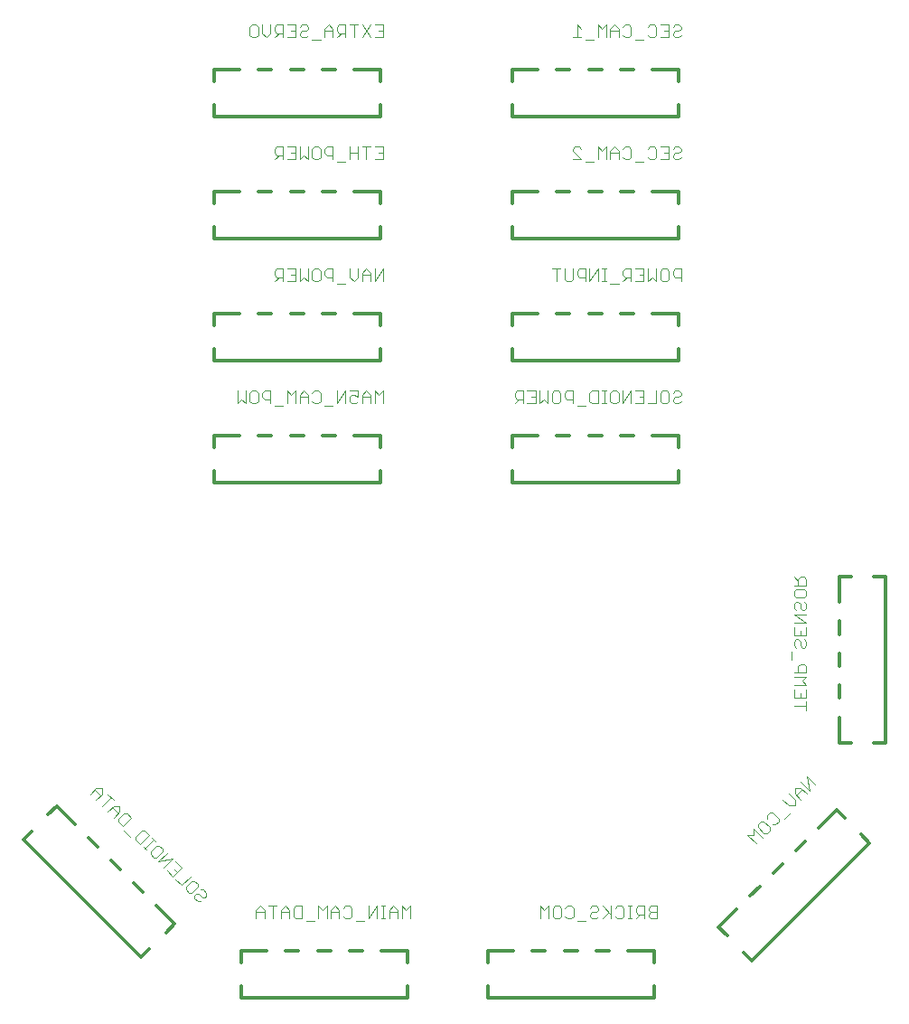
<source format=gbo>
G75*
%MOIN*%
%OFA0B0*%
%FSLAX25Y25*%
%IPPOS*%
%LPD*%
%AMOC8*
5,1,8,0,0,1.08239X$1,22.5*
%
%ADD10C,0.01200*%
%ADD11C,0.00400*%
D10*
X0105705Y0108599D02*
X0102364Y0111939D01*
X0097353Y0116950D02*
X0094012Y0120291D01*
X0089001Y0125302D02*
X0082320Y0131983D01*
X0079258Y0128921D01*
X0073133Y0122796D02*
X0070071Y0119734D01*
X0113500Y0076305D01*
X0116562Y0079368D01*
X0122686Y0085492D02*
X0125749Y0088555D01*
X0119067Y0095236D01*
X0114056Y0100247D02*
X0110716Y0103588D01*
X0150328Y0078611D02*
X0150328Y0074280D01*
X0150328Y0078611D02*
X0159776Y0078611D01*
X0166863Y0078611D02*
X0171587Y0078611D01*
X0178674Y0078611D02*
X0183398Y0078611D01*
X0190485Y0078611D02*
X0195209Y0078611D01*
X0202296Y0078611D02*
X0211745Y0078611D01*
X0211745Y0074280D01*
X0211745Y0065619D02*
X0211745Y0061288D01*
X0150328Y0061288D01*
X0150328Y0065619D01*
X0241328Y0065619D02*
X0241328Y0061288D01*
X0302745Y0061288D01*
X0302745Y0065619D01*
X0302745Y0074280D02*
X0302745Y0078611D01*
X0293296Y0078611D01*
X0286209Y0078611D02*
X0281485Y0078611D01*
X0274398Y0078611D02*
X0269674Y0078611D01*
X0262587Y0078611D02*
X0257863Y0078611D01*
X0250776Y0078611D02*
X0241328Y0078611D01*
X0241328Y0074280D01*
X0326617Y0087320D02*
X0329679Y0084258D01*
X0326617Y0087320D02*
X0333298Y0094001D01*
X0338309Y0099012D02*
X0341650Y0102353D01*
X0346661Y0107364D02*
X0350001Y0110705D01*
X0355012Y0115716D02*
X0358353Y0119056D01*
X0363364Y0124067D02*
X0370045Y0130749D01*
X0373108Y0127686D01*
X0379232Y0121562D02*
X0382295Y0118500D01*
X0338866Y0075071D01*
X0335804Y0078133D01*
X0370989Y0155328D02*
X0375320Y0155328D01*
X0370989Y0155328D02*
X0370989Y0164776D01*
X0370989Y0171863D02*
X0370989Y0176587D01*
X0370989Y0183674D02*
X0370989Y0188398D01*
X0370989Y0195485D02*
X0370989Y0200209D01*
X0370989Y0207296D02*
X0370989Y0216745D01*
X0375320Y0216745D01*
X0383981Y0216745D02*
X0388312Y0216745D01*
X0388312Y0155328D01*
X0383981Y0155328D01*
X0311745Y0251288D02*
X0311745Y0255619D01*
X0311745Y0251288D02*
X0250328Y0251288D01*
X0250328Y0255619D01*
X0250328Y0264280D02*
X0250328Y0268611D01*
X0259776Y0268611D01*
X0266863Y0268611D02*
X0271587Y0268611D01*
X0278674Y0268611D02*
X0283398Y0268611D01*
X0290485Y0268611D02*
X0295209Y0268611D01*
X0302296Y0268611D02*
X0311745Y0268611D01*
X0311745Y0264280D01*
X0311745Y0296288D02*
X0311745Y0300619D01*
X0311745Y0296288D02*
X0250328Y0296288D01*
X0250328Y0300619D01*
X0250328Y0309280D02*
X0250328Y0313611D01*
X0259776Y0313611D01*
X0266863Y0313611D02*
X0271587Y0313611D01*
X0278674Y0313611D02*
X0283398Y0313611D01*
X0290485Y0313611D02*
X0295209Y0313611D01*
X0302296Y0313611D02*
X0311745Y0313611D01*
X0311745Y0309280D01*
X0311745Y0341288D02*
X0311745Y0345619D01*
X0311745Y0341288D02*
X0250328Y0341288D01*
X0250328Y0345619D01*
X0250328Y0354280D02*
X0250328Y0358611D01*
X0259776Y0358611D01*
X0266863Y0358611D02*
X0271587Y0358611D01*
X0278674Y0358611D02*
X0283398Y0358611D01*
X0290485Y0358611D02*
X0295209Y0358611D01*
X0302296Y0358611D02*
X0311745Y0358611D01*
X0311745Y0354280D01*
X0311745Y0386288D02*
X0311745Y0390619D01*
X0311745Y0386288D02*
X0250328Y0386288D01*
X0250328Y0390619D01*
X0250328Y0399280D02*
X0250328Y0403611D01*
X0259776Y0403611D01*
X0266863Y0403611D02*
X0271587Y0403611D01*
X0278674Y0403611D02*
X0283398Y0403611D01*
X0290485Y0403611D02*
X0295209Y0403611D01*
X0302296Y0403611D02*
X0311745Y0403611D01*
X0311745Y0399280D01*
X0201745Y0399280D02*
X0201745Y0403611D01*
X0192296Y0403611D01*
X0185209Y0403611D02*
X0180485Y0403611D01*
X0173398Y0403611D02*
X0168674Y0403611D01*
X0161587Y0403611D02*
X0156863Y0403611D01*
X0149776Y0403611D02*
X0140328Y0403611D01*
X0140328Y0399280D01*
X0140328Y0390619D02*
X0140328Y0386288D01*
X0201745Y0386288D01*
X0201745Y0390619D01*
X0201745Y0358611D02*
X0192296Y0358611D01*
X0185209Y0358611D02*
X0180485Y0358611D01*
X0173398Y0358611D02*
X0168674Y0358611D01*
X0161587Y0358611D02*
X0156863Y0358611D01*
X0149776Y0358611D02*
X0140328Y0358611D01*
X0140328Y0354280D01*
X0140328Y0345619D02*
X0140328Y0341288D01*
X0201745Y0341288D01*
X0201745Y0345619D01*
X0201745Y0354280D02*
X0201745Y0358611D01*
X0201745Y0313611D02*
X0192296Y0313611D01*
X0185209Y0313611D02*
X0180485Y0313611D01*
X0173398Y0313611D02*
X0168674Y0313611D01*
X0161587Y0313611D02*
X0156863Y0313611D01*
X0149776Y0313611D02*
X0140328Y0313611D01*
X0140328Y0309280D01*
X0140328Y0300619D02*
X0140328Y0296288D01*
X0201745Y0296288D01*
X0201745Y0300619D01*
X0201745Y0309280D02*
X0201745Y0313611D01*
X0201745Y0268611D02*
X0192296Y0268611D01*
X0185209Y0268611D02*
X0180485Y0268611D01*
X0173398Y0268611D02*
X0168674Y0268611D01*
X0161587Y0268611D02*
X0156863Y0268611D01*
X0149776Y0268611D02*
X0140328Y0268611D01*
X0140328Y0264280D01*
X0140328Y0255619D02*
X0140328Y0251288D01*
X0201745Y0251288D01*
X0201745Y0255619D01*
X0201745Y0264280D02*
X0201745Y0268611D01*
D11*
X0202726Y0280622D02*
X0202726Y0285226D01*
X0201191Y0283691D01*
X0199657Y0285226D01*
X0199657Y0280622D01*
X0198122Y0280622D02*
X0198122Y0283691D01*
X0196587Y0285226D01*
X0195053Y0283691D01*
X0195053Y0280622D01*
X0193518Y0281389D02*
X0192751Y0280622D01*
X0191216Y0280622D01*
X0190449Y0281389D01*
X0190449Y0282924D01*
X0191216Y0283691D01*
X0191984Y0283691D01*
X0193518Y0282924D01*
X0193518Y0285226D01*
X0190449Y0285226D01*
X0188914Y0285226D02*
X0185845Y0280622D01*
X0185845Y0285226D01*
X0188914Y0285226D02*
X0188914Y0280622D01*
X0184310Y0279855D02*
X0181241Y0279855D01*
X0179706Y0281389D02*
X0178939Y0280622D01*
X0177404Y0280622D01*
X0176637Y0281389D01*
X0175102Y0280622D02*
X0175102Y0283691D01*
X0173568Y0285226D01*
X0172033Y0283691D01*
X0172033Y0280622D01*
X0170499Y0280622D02*
X0170499Y0285226D01*
X0168964Y0283691D01*
X0167429Y0285226D01*
X0167429Y0280622D01*
X0165895Y0279855D02*
X0162825Y0279855D01*
X0161291Y0280622D02*
X0161291Y0285226D01*
X0158989Y0285226D01*
X0158221Y0284459D01*
X0158221Y0282924D01*
X0158989Y0282157D01*
X0161291Y0282157D01*
X0156687Y0281389D02*
X0155919Y0280622D01*
X0154385Y0280622D01*
X0153617Y0281389D01*
X0153617Y0284459D01*
X0154385Y0285226D01*
X0155919Y0285226D01*
X0156687Y0284459D01*
X0156687Y0281389D01*
X0152083Y0280622D02*
X0150548Y0282157D01*
X0149014Y0280622D01*
X0149014Y0285226D01*
X0152083Y0285226D02*
X0152083Y0280622D01*
X0172033Y0282924D02*
X0175102Y0282924D01*
X0176637Y0284459D02*
X0177404Y0285226D01*
X0178939Y0285226D01*
X0179706Y0284459D01*
X0179706Y0281389D01*
X0195053Y0282924D02*
X0198122Y0282924D01*
X0198122Y0325622D02*
X0198122Y0328691D01*
X0196587Y0330226D01*
X0195053Y0328691D01*
X0195053Y0325622D01*
X0193518Y0327157D02*
X0191984Y0325622D01*
X0190449Y0327157D01*
X0190449Y0330226D01*
X0193518Y0330226D02*
X0193518Y0327157D01*
X0195053Y0327924D02*
X0198122Y0327924D01*
X0199657Y0325622D02*
X0199657Y0330226D01*
X0202726Y0330226D02*
X0199657Y0325622D01*
X0202726Y0325622D02*
X0202726Y0330226D01*
X0188914Y0324855D02*
X0185845Y0324855D01*
X0184310Y0325622D02*
X0184310Y0330226D01*
X0182008Y0330226D01*
X0181241Y0329459D01*
X0181241Y0327924D01*
X0182008Y0327157D01*
X0184310Y0327157D01*
X0179706Y0326389D02*
X0178939Y0325622D01*
X0177404Y0325622D01*
X0176637Y0326389D01*
X0176637Y0329459D01*
X0177404Y0330226D01*
X0178939Y0330226D01*
X0179706Y0329459D01*
X0179706Y0326389D01*
X0175102Y0325622D02*
X0173568Y0327157D01*
X0172033Y0325622D01*
X0172033Y0330226D01*
X0170499Y0330226D02*
X0170499Y0325622D01*
X0167429Y0325622D01*
X0165895Y0325622D02*
X0165895Y0330226D01*
X0163593Y0330226D01*
X0162825Y0329459D01*
X0162825Y0327924D01*
X0163593Y0327157D01*
X0165895Y0327157D01*
X0164360Y0327157D02*
X0162825Y0325622D01*
X0167429Y0330226D02*
X0170499Y0330226D01*
X0170499Y0327924D02*
X0168964Y0327924D01*
X0175102Y0330226D02*
X0175102Y0325622D01*
X0175102Y0370622D02*
X0173568Y0372157D01*
X0172033Y0370622D01*
X0172033Y0375226D01*
X0170499Y0375226D02*
X0170499Y0370622D01*
X0167429Y0370622D01*
X0165895Y0370622D02*
X0165895Y0375226D01*
X0163593Y0375226D01*
X0162825Y0374459D01*
X0162825Y0372924D01*
X0163593Y0372157D01*
X0165895Y0372157D01*
X0164360Y0372157D02*
X0162825Y0370622D01*
X0167429Y0375226D02*
X0170499Y0375226D01*
X0170499Y0372924D02*
X0168964Y0372924D01*
X0175102Y0375226D02*
X0175102Y0370622D01*
X0176637Y0371389D02*
X0176637Y0374459D01*
X0177404Y0375226D01*
X0178939Y0375226D01*
X0179706Y0374459D01*
X0179706Y0371389D01*
X0178939Y0370622D01*
X0177404Y0370622D01*
X0176637Y0371389D01*
X0181241Y0372924D02*
X0182008Y0372157D01*
X0184310Y0372157D01*
X0184310Y0370622D02*
X0184310Y0375226D01*
X0182008Y0375226D01*
X0181241Y0374459D01*
X0181241Y0372924D01*
X0185845Y0369855D02*
X0188914Y0369855D01*
X0190449Y0370622D02*
X0190449Y0375226D01*
X0190449Y0372924D02*
X0193518Y0372924D01*
X0193518Y0370622D02*
X0193518Y0375226D01*
X0195053Y0375226D02*
X0198122Y0375226D01*
X0196587Y0375226D02*
X0196587Y0370622D01*
X0199657Y0370622D02*
X0202726Y0370622D01*
X0202726Y0375226D01*
X0199657Y0375226D01*
X0201191Y0372924D02*
X0202726Y0372924D01*
X0202726Y0415622D02*
X0199657Y0415622D01*
X0198122Y0415622D02*
X0195053Y0420226D01*
X0193518Y0420226D02*
X0190449Y0420226D01*
X0191984Y0420226D02*
X0191984Y0415622D01*
X0195053Y0415622D02*
X0198122Y0420226D01*
X0199657Y0420226D02*
X0202726Y0420226D01*
X0202726Y0415622D01*
X0202726Y0417924D02*
X0201191Y0417924D01*
X0188914Y0417157D02*
X0186612Y0417157D01*
X0185845Y0417924D01*
X0185845Y0419459D01*
X0186612Y0420226D01*
X0188914Y0420226D01*
X0188914Y0415622D01*
X0187380Y0417157D02*
X0185845Y0415622D01*
X0184310Y0415622D02*
X0184310Y0418691D01*
X0182776Y0420226D01*
X0181241Y0418691D01*
X0181241Y0415622D01*
X0179706Y0414855D02*
X0176637Y0414855D01*
X0175102Y0416389D02*
X0174335Y0415622D01*
X0172800Y0415622D01*
X0172033Y0416389D01*
X0172033Y0417157D01*
X0172800Y0417924D01*
X0174335Y0417924D01*
X0175102Y0418691D01*
X0175102Y0419459D01*
X0174335Y0420226D01*
X0172800Y0420226D01*
X0172033Y0419459D01*
X0170499Y0420226D02*
X0170499Y0415622D01*
X0167429Y0415622D01*
X0165895Y0415622D02*
X0165895Y0420226D01*
X0163593Y0420226D01*
X0162825Y0419459D01*
X0162825Y0417924D01*
X0163593Y0417157D01*
X0165895Y0417157D01*
X0164360Y0417157D02*
X0162825Y0415622D01*
X0161291Y0417157D02*
X0159756Y0415622D01*
X0158221Y0417157D01*
X0158221Y0420226D01*
X0156687Y0419459D02*
X0156687Y0416389D01*
X0155919Y0415622D01*
X0154385Y0415622D01*
X0153617Y0416389D01*
X0153617Y0419459D01*
X0154385Y0420226D01*
X0155919Y0420226D01*
X0156687Y0419459D01*
X0161291Y0420226D02*
X0161291Y0417157D01*
X0167429Y0420226D02*
X0170499Y0420226D01*
X0170499Y0417924D02*
X0168964Y0417924D01*
X0181241Y0417924D02*
X0184310Y0417924D01*
X0272825Y0415622D02*
X0275895Y0415622D01*
X0274360Y0415622D02*
X0274360Y0420226D01*
X0275895Y0418691D01*
X0277429Y0414855D02*
X0280499Y0414855D01*
X0282033Y0415622D02*
X0282033Y0420226D01*
X0283568Y0418691D01*
X0285102Y0420226D01*
X0285102Y0415622D01*
X0286637Y0415622D02*
X0286637Y0418691D01*
X0288172Y0420226D01*
X0289706Y0418691D01*
X0289706Y0415622D01*
X0291241Y0416389D02*
X0292008Y0415622D01*
X0293543Y0415622D01*
X0294310Y0416389D01*
X0294310Y0419459D01*
X0293543Y0420226D01*
X0292008Y0420226D01*
X0291241Y0419459D01*
X0289706Y0417924D02*
X0286637Y0417924D01*
X0295845Y0414855D02*
X0298914Y0414855D01*
X0300449Y0416389D02*
X0301216Y0415622D01*
X0302751Y0415622D01*
X0303518Y0416389D01*
X0303518Y0419459D01*
X0302751Y0420226D01*
X0301216Y0420226D01*
X0300449Y0419459D01*
X0305053Y0420226D02*
X0308122Y0420226D01*
X0308122Y0415622D01*
X0305053Y0415622D01*
X0306587Y0417924D02*
X0308122Y0417924D01*
X0309657Y0417157D02*
X0309657Y0416389D01*
X0310424Y0415622D01*
X0311959Y0415622D01*
X0312726Y0416389D01*
X0311959Y0417924D02*
X0310424Y0417924D01*
X0309657Y0417157D01*
X0309657Y0419459D02*
X0310424Y0420226D01*
X0311959Y0420226D01*
X0312726Y0419459D01*
X0312726Y0418691D01*
X0311959Y0417924D01*
X0311959Y0375226D02*
X0312726Y0374459D01*
X0312726Y0373691D01*
X0311959Y0372924D01*
X0310424Y0372924D01*
X0309657Y0372157D01*
X0309657Y0371389D01*
X0310424Y0370622D01*
X0311959Y0370622D01*
X0312726Y0371389D01*
X0311959Y0375226D02*
X0310424Y0375226D01*
X0309657Y0374459D01*
X0308122Y0375226D02*
X0308122Y0370622D01*
X0305053Y0370622D01*
X0303518Y0371389D02*
X0303518Y0374459D01*
X0302751Y0375226D01*
X0301216Y0375226D01*
X0300449Y0374459D01*
X0300449Y0371389D02*
X0301216Y0370622D01*
X0302751Y0370622D01*
X0303518Y0371389D01*
X0306587Y0372924D02*
X0308122Y0372924D01*
X0308122Y0375226D02*
X0305053Y0375226D01*
X0298914Y0369855D02*
X0295845Y0369855D01*
X0294310Y0371389D02*
X0294310Y0374459D01*
X0293543Y0375226D01*
X0292008Y0375226D01*
X0291241Y0374459D01*
X0289706Y0373691D02*
X0289706Y0370622D01*
X0291241Y0371389D02*
X0292008Y0370622D01*
X0293543Y0370622D01*
X0294310Y0371389D01*
X0289706Y0372924D02*
X0286637Y0372924D01*
X0286637Y0373691D02*
X0286637Y0370622D01*
X0285102Y0370622D02*
X0285102Y0375226D01*
X0283568Y0373691D01*
X0282033Y0375226D01*
X0282033Y0370622D01*
X0280499Y0369855D02*
X0277429Y0369855D01*
X0275895Y0370622D02*
X0272825Y0373691D01*
X0272825Y0374459D01*
X0273593Y0375226D01*
X0275127Y0375226D01*
X0275895Y0374459D01*
X0275895Y0370622D02*
X0272825Y0370622D01*
X0286637Y0373691D02*
X0288172Y0375226D01*
X0289706Y0373691D01*
X0292008Y0330226D02*
X0291241Y0329459D01*
X0291241Y0327924D01*
X0292008Y0327157D01*
X0294310Y0327157D01*
X0292776Y0327157D02*
X0291241Y0325622D01*
X0289706Y0324855D02*
X0286637Y0324855D01*
X0285102Y0325622D02*
X0283568Y0325622D01*
X0284335Y0325622D02*
X0284335Y0330226D01*
X0285102Y0330226D02*
X0283568Y0330226D01*
X0282033Y0330226D02*
X0278964Y0325622D01*
X0278964Y0330226D01*
X0277429Y0330226D02*
X0275127Y0330226D01*
X0274360Y0329459D01*
X0274360Y0327924D01*
X0275127Y0327157D01*
X0277429Y0327157D01*
X0277429Y0325622D02*
X0277429Y0330226D01*
X0272825Y0330226D02*
X0272825Y0326389D01*
X0272058Y0325622D01*
X0270523Y0325622D01*
X0269756Y0326389D01*
X0269756Y0330226D01*
X0268221Y0330226D02*
X0265152Y0330226D01*
X0266687Y0330226D02*
X0266687Y0325622D01*
X0282033Y0325622D02*
X0282033Y0330226D01*
X0292008Y0330226D02*
X0294310Y0330226D01*
X0294310Y0325622D01*
X0295845Y0325622D02*
X0298914Y0325622D01*
X0298914Y0330226D01*
X0295845Y0330226D01*
X0297380Y0327924D02*
X0298914Y0327924D01*
X0300449Y0325622D02*
X0300449Y0330226D01*
X0303518Y0330226D02*
X0303518Y0325622D01*
X0301984Y0327157D01*
X0300449Y0325622D01*
X0305053Y0326389D02*
X0305053Y0329459D01*
X0305820Y0330226D01*
X0307355Y0330226D01*
X0308122Y0329459D01*
X0308122Y0326389D01*
X0307355Y0325622D01*
X0305820Y0325622D01*
X0305053Y0326389D01*
X0309657Y0327924D02*
X0310424Y0327157D01*
X0312726Y0327157D01*
X0312726Y0325622D02*
X0312726Y0330226D01*
X0310424Y0330226D01*
X0309657Y0329459D01*
X0309657Y0327924D01*
X0310424Y0285226D02*
X0311959Y0285226D01*
X0312726Y0284459D01*
X0312726Y0283691D01*
X0311959Y0282924D01*
X0310424Y0282924D01*
X0309657Y0282157D01*
X0309657Y0281389D01*
X0310424Y0280622D01*
X0311959Y0280622D01*
X0312726Y0281389D01*
X0309657Y0284459D02*
X0310424Y0285226D01*
X0308122Y0284459D02*
X0308122Y0281389D01*
X0307355Y0280622D01*
X0305820Y0280622D01*
X0305053Y0281389D01*
X0305053Y0284459D01*
X0305820Y0285226D01*
X0307355Y0285226D01*
X0308122Y0284459D01*
X0303518Y0285226D02*
X0303518Y0280622D01*
X0300449Y0280622D01*
X0298914Y0280622D02*
X0298914Y0285226D01*
X0295845Y0285226D01*
X0294310Y0285226D02*
X0291241Y0280622D01*
X0291241Y0285226D01*
X0289706Y0284459D02*
X0289706Y0281389D01*
X0288939Y0280622D01*
X0287404Y0280622D01*
X0286637Y0281389D01*
X0286637Y0284459D01*
X0287404Y0285226D01*
X0288939Y0285226D01*
X0289706Y0284459D01*
X0285102Y0285226D02*
X0283568Y0285226D01*
X0284335Y0285226D02*
X0284335Y0280622D01*
X0285102Y0280622D02*
X0283568Y0280622D01*
X0282033Y0280622D02*
X0279731Y0280622D01*
X0278964Y0281389D01*
X0278964Y0284459D01*
X0279731Y0285226D01*
X0282033Y0285226D01*
X0282033Y0280622D01*
X0277429Y0279855D02*
X0274360Y0279855D01*
X0272825Y0280622D02*
X0272825Y0285226D01*
X0270523Y0285226D01*
X0269756Y0284459D01*
X0269756Y0282924D01*
X0270523Y0282157D01*
X0272825Y0282157D01*
X0268221Y0281389D02*
X0267454Y0280622D01*
X0265919Y0280622D01*
X0265152Y0281389D01*
X0265152Y0284459D01*
X0265919Y0285226D01*
X0267454Y0285226D01*
X0268221Y0284459D01*
X0268221Y0281389D01*
X0263617Y0280622D02*
X0262083Y0282157D01*
X0260548Y0280622D01*
X0260548Y0285226D01*
X0259014Y0285226D02*
X0259014Y0280622D01*
X0255944Y0280622D01*
X0254410Y0280622D02*
X0254410Y0285226D01*
X0252108Y0285226D01*
X0251340Y0284459D01*
X0251340Y0282924D01*
X0252108Y0282157D01*
X0254410Y0282157D01*
X0252875Y0282157D02*
X0251340Y0280622D01*
X0255944Y0285226D02*
X0259014Y0285226D01*
X0259014Y0282924D02*
X0257479Y0282924D01*
X0263617Y0285226D02*
X0263617Y0280622D01*
X0294310Y0280622D02*
X0294310Y0285226D01*
X0297380Y0282924D02*
X0298914Y0282924D01*
X0298914Y0280622D02*
X0295845Y0280622D01*
X0354378Y0216591D02*
X0355913Y0215057D01*
X0355913Y0215824D02*
X0355913Y0213522D01*
X0354378Y0213522D02*
X0358982Y0213522D01*
X0358982Y0215824D01*
X0358215Y0216591D01*
X0356680Y0216591D01*
X0355913Y0215824D01*
X0355145Y0211987D02*
X0358215Y0211987D01*
X0358982Y0211220D01*
X0358982Y0209685D01*
X0358215Y0208918D01*
X0355145Y0208918D01*
X0354378Y0209685D01*
X0354378Y0211220D01*
X0355145Y0211987D01*
X0355145Y0207383D02*
X0354378Y0206616D01*
X0354378Y0205081D01*
X0355145Y0204314D01*
X0354378Y0202779D02*
X0358982Y0202779D01*
X0358215Y0204314D02*
X0357447Y0204314D01*
X0356680Y0205081D01*
X0356680Y0206616D01*
X0355913Y0207383D01*
X0355145Y0207383D01*
X0358215Y0207383D02*
X0358982Y0206616D01*
X0358982Y0205081D01*
X0358215Y0204314D01*
X0354378Y0202779D02*
X0358982Y0199710D01*
X0354378Y0199710D01*
X0354378Y0198176D02*
X0354378Y0195106D01*
X0358982Y0195106D01*
X0358982Y0198176D01*
X0356680Y0196641D02*
X0356680Y0195106D01*
X0355913Y0193572D02*
X0355145Y0193572D01*
X0354378Y0192804D01*
X0354378Y0191270D01*
X0355145Y0190502D01*
X0356680Y0191270D02*
X0357447Y0190502D01*
X0358215Y0190502D01*
X0358982Y0191270D01*
X0358982Y0192804D01*
X0358215Y0193572D01*
X0356680Y0192804D02*
X0355913Y0193572D01*
X0356680Y0192804D02*
X0356680Y0191270D01*
X0353611Y0188968D02*
X0353611Y0185898D01*
X0355913Y0183596D02*
X0355913Y0181294D01*
X0354378Y0181294D02*
X0358982Y0181294D01*
X0358982Y0183596D01*
X0358215Y0184364D01*
X0356680Y0184364D01*
X0355913Y0183596D01*
X0354378Y0179760D02*
X0358982Y0179760D01*
X0357447Y0178225D01*
X0358982Y0176691D01*
X0354378Y0176691D01*
X0354378Y0175156D02*
X0354378Y0172087D01*
X0358982Y0172087D01*
X0358982Y0175156D01*
X0356680Y0173621D02*
X0356680Y0172087D01*
X0358982Y0170552D02*
X0358982Y0167483D01*
X0358982Y0169017D02*
X0354378Y0169017D01*
X0358991Y0143191D02*
X0360076Y0137765D01*
X0356820Y0141021D01*
X0356820Y0138850D02*
X0354650Y0138850D01*
X0354650Y0136680D01*
X0356820Y0134510D01*
X0354650Y0134510D02*
X0354650Y0132339D01*
X0352480Y0132339D01*
X0350309Y0134510D01*
X0352480Y0136680D02*
X0354650Y0134510D01*
X0355193Y0136137D02*
X0357363Y0138308D01*
X0356820Y0138850D02*
X0358991Y0136680D01*
X0362246Y0139936D02*
X0358991Y0143191D01*
X0353022Y0129627D02*
X0350852Y0127456D01*
X0348682Y0127456D02*
X0348682Y0126371D01*
X0347597Y0125286D01*
X0346511Y0125286D01*
X0345426Y0124201D02*
X0345426Y0123116D01*
X0344341Y0122030D01*
X0343256Y0122030D01*
X0341086Y0124201D01*
X0341086Y0125286D01*
X0342171Y0126371D01*
X0343256Y0126371D01*
X0345426Y0124201D01*
X0344341Y0127456D02*
X0344341Y0128541D01*
X0345426Y0129627D01*
X0346511Y0129627D01*
X0348682Y0127456D01*
X0342713Y0120403D02*
X0339458Y0123658D01*
X0339458Y0121488D01*
X0337288Y0121488D01*
X0340543Y0118232D01*
X0303726Y0095226D02*
X0303726Y0090622D01*
X0301424Y0090622D01*
X0300657Y0091389D01*
X0300657Y0092157D01*
X0301424Y0092924D01*
X0303726Y0092924D01*
X0301424Y0092924D02*
X0300657Y0093691D01*
X0300657Y0094459D01*
X0301424Y0095226D01*
X0303726Y0095226D01*
X0299122Y0095226D02*
X0299122Y0090622D01*
X0299122Y0092157D02*
X0296820Y0092157D01*
X0296053Y0092924D01*
X0296053Y0094459D01*
X0296820Y0095226D01*
X0299122Y0095226D01*
X0297587Y0092157D02*
X0296053Y0090622D01*
X0294518Y0090622D02*
X0292984Y0090622D01*
X0293751Y0090622D02*
X0293751Y0095226D01*
X0294518Y0095226D02*
X0292984Y0095226D01*
X0291449Y0094459D02*
X0291449Y0091389D01*
X0290682Y0090622D01*
X0289147Y0090622D01*
X0288380Y0091389D01*
X0286845Y0090622D02*
X0286845Y0095226D01*
X0288380Y0094459D02*
X0289147Y0095226D01*
X0290682Y0095226D01*
X0291449Y0094459D01*
X0286845Y0092157D02*
X0283776Y0095226D01*
X0282241Y0094459D02*
X0282241Y0093691D01*
X0281474Y0092924D01*
X0279939Y0092924D01*
X0279172Y0092157D01*
X0279172Y0091389D01*
X0279939Y0090622D01*
X0281474Y0090622D01*
X0282241Y0091389D01*
X0283776Y0090622D02*
X0286078Y0092924D01*
X0282241Y0094459D02*
X0281474Y0095226D01*
X0279939Y0095226D01*
X0279172Y0094459D01*
X0277637Y0089855D02*
X0274568Y0089855D01*
X0273033Y0091389D02*
X0272266Y0090622D01*
X0270731Y0090622D01*
X0269964Y0091389D01*
X0268429Y0091389D02*
X0267662Y0090622D01*
X0266127Y0090622D01*
X0265360Y0091389D01*
X0265360Y0094459D01*
X0266127Y0095226D01*
X0267662Y0095226D01*
X0268429Y0094459D01*
X0268429Y0091389D01*
X0269964Y0094459D02*
X0270731Y0095226D01*
X0272266Y0095226D01*
X0273033Y0094459D01*
X0273033Y0091389D01*
X0263825Y0090622D02*
X0263825Y0095226D01*
X0262291Y0093691D01*
X0260756Y0095226D01*
X0260756Y0090622D01*
X0212726Y0090622D02*
X0212726Y0095226D01*
X0211191Y0093691D01*
X0209657Y0095226D01*
X0209657Y0090622D01*
X0208122Y0090622D02*
X0208122Y0093691D01*
X0206587Y0095226D01*
X0205053Y0093691D01*
X0205053Y0090622D01*
X0203518Y0090622D02*
X0201984Y0090622D01*
X0202751Y0090622D02*
X0202751Y0095226D01*
X0203518Y0095226D02*
X0201984Y0095226D01*
X0200449Y0095226D02*
X0197380Y0090622D01*
X0197380Y0095226D01*
X0200449Y0095226D02*
X0200449Y0090622D01*
X0195845Y0089855D02*
X0192776Y0089855D01*
X0191241Y0091389D02*
X0190474Y0090622D01*
X0188939Y0090622D01*
X0188172Y0091389D01*
X0186637Y0090622D02*
X0186637Y0093691D01*
X0185102Y0095226D01*
X0183568Y0093691D01*
X0183568Y0090622D01*
X0182033Y0090622D02*
X0182033Y0095226D01*
X0180499Y0093691D01*
X0178964Y0095226D01*
X0178964Y0090622D01*
X0177429Y0089855D02*
X0174360Y0089855D01*
X0172825Y0090622D02*
X0170523Y0090622D01*
X0169756Y0091389D01*
X0169756Y0094459D01*
X0170523Y0095226D01*
X0172825Y0095226D01*
X0172825Y0090622D01*
X0168221Y0090622D02*
X0168221Y0093691D01*
X0166687Y0095226D01*
X0165152Y0093691D01*
X0165152Y0090622D01*
X0165152Y0092924D02*
X0168221Y0092924D01*
X0163617Y0095226D02*
X0160548Y0095226D01*
X0162083Y0095226D02*
X0162083Y0090622D01*
X0159014Y0090622D02*
X0159014Y0093691D01*
X0157479Y0095226D01*
X0155944Y0093691D01*
X0155944Y0090622D01*
X0155944Y0092924D02*
X0159014Y0092924D01*
X0137648Y0099067D02*
X0137106Y0098524D01*
X0136021Y0098524D01*
X0134936Y0099609D01*
X0133850Y0099609D01*
X0133308Y0099067D01*
X0133308Y0097982D01*
X0134393Y0096896D01*
X0135478Y0096896D01*
X0137648Y0099067D02*
X0137648Y0100152D01*
X0136563Y0101237D01*
X0135478Y0101237D01*
X0134393Y0102322D02*
X0132223Y0100152D01*
X0131138Y0100152D01*
X0130052Y0101237D01*
X0130052Y0102322D01*
X0132223Y0104493D01*
X0133308Y0104493D01*
X0134393Y0103407D01*
X0134393Y0102322D01*
X0131680Y0106120D02*
X0128425Y0102865D01*
X0126254Y0105035D01*
X0125169Y0106120D02*
X0122999Y0108291D01*
X0121914Y0109376D02*
X0125169Y0112631D01*
X0119743Y0111546D01*
X0122999Y0114802D01*
X0121371Y0115344D02*
X0119201Y0113174D01*
X0118116Y0113174D01*
X0117031Y0114259D01*
X0117030Y0115344D01*
X0119201Y0117514D01*
X0120286Y0117514D01*
X0121371Y0116429D01*
X0121371Y0115344D01*
X0118658Y0119142D02*
X0117573Y0120227D01*
X0118116Y0119685D02*
X0114860Y0116429D01*
X0115403Y0115887D02*
X0114318Y0116972D01*
X0113232Y0118057D02*
X0111605Y0119685D01*
X0111605Y0120770D01*
X0113775Y0122940D01*
X0114860Y0122940D01*
X0116488Y0121312D01*
X0113232Y0118057D01*
X0109434Y0120770D02*
X0107264Y0122940D01*
X0106722Y0124568D02*
X0105094Y0126196D01*
X0105094Y0127281D01*
X0107264Y0129451D01*
X0108349Y0129451D01*
X0109977Y0127823D01*
X0106722Y0124568D01*
X0103466Y0127823D02*
X0105636Y0129994D01*
X0105636Y0132164D01*
X0103466Y0132164D01*
X0101296Y0129994D01*
X0102924Y0131621D02*
X0105094Y0129451D01*
X0103466Y0134334D02*
X0101296Y0136505D01*
X0102381Y0135419D02*
X0099125Y0132164D01*
X0096955Y0134334D02*
X0099125Y0136505D01*
X0099125Y0138675D01*
X0096955Y0138675D01*
X0094785Y0136505D01*
X0096413Y0138132D02*
X0098583Y0135962D01*
X0126254Y0111546D02*
X0128425Y0109376D01*
X0125169Y0106120D01*
X0126797Y0107748D02*
X0125712Y0108833D01*
X0183568Y0092924D02*
X0186637Y0092924D01*
X0188172Y0094459D02*
X0188939Y0095226D01*
X0190474Y0095226D01*
X0191241Y0094459D01*
X0191241Y0091389D01*
X0205053Y0092924D02*
X0208122Y0092924D01*
M02*

</source>
